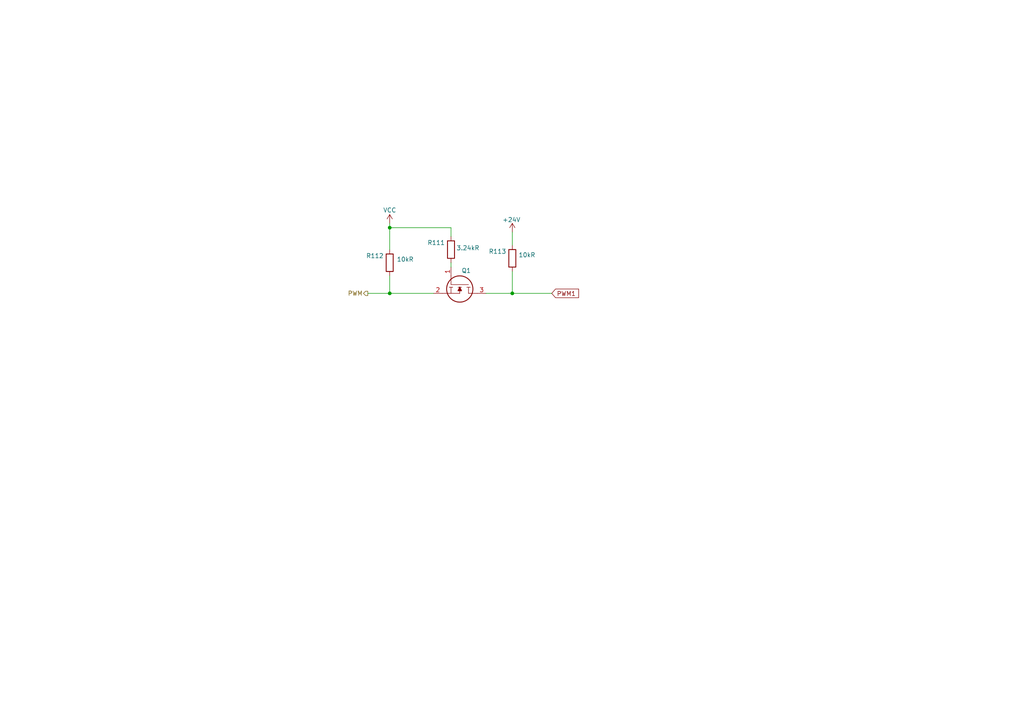
<source format=kicad_sch>
(kicad_sch (version 20231120) (generator "eeschema") (generator_version "8.0")
  (paper "A4")
  (title_block (title "PWM Level Shifter 24V"))
  (lib_symbols
    (symbol "Device:R" (pin_numbers hide) (pin_names (offset 0))
      (property "Reference" "R" (at 2.032 0 90))
      (property "Value" "R" (at 0 0 90))
      (symbol "R_0_1"
        (rectangle (start -1.016 -2.54) (end 1.016 2.54) (stroke (width 0.254)))
      )
      (symbol "R_1_1"
        (pin passive line (at 0 3.81 270) (length 1.27) (name "~") (number "1"))
        (pin passive line (at 0 -3.81 90) (length 1.27) (name "~") (number "2"))
      )
    )
    (symbol "Transistor_FET:TN2106K1-G" (pin_names (offset 0.762))
      (property "Reference" "Q" (at 11.43 3.81 0))
      (property "Value" "TN2106K1-G" (at 11.43 1.27 0))
      (symbol "TN2106K1-G_0_0"
        (pin passive line (at 0 0 0) (length 2.54) (name "~") (number "1"))
        (pin passive line (at 7.62 -5.08 90) (length 2.54) (name "~") (number "2"))
        (pin passive line (at 7.62 10.16 270) (length 2.54) (name "~") (number "3"))
      )
      (symbol "TN2106K1-G_0_1"
        (polyline (pts (xy 5.842 -0.508) (xy 5.842 0.508)) (stroke (width 0.1524)))
        (polyline (pts (xy 5.842 0) (xy 7.62 0)) (stroke (width 0.1524)))
        (polyline (pts (xy 5.842 2.032) (xy 5.842 3.048)) (stroke (width 0.1524)))
        (polyline (pts (xy 5.842 5.588) (xy 5.842 4.572)) (stroke (width 0.1524)))
        (polyline (pts (xy 7.62 2.54) (xy 5.842 2.54)) (stroke (width 0.1524)))
        (polyline (pts (xy 7.62 2.54) (xy 7.62 -2.54)) (stroke (width 0.1524)))
        (polyline (pts (xy 7.62 5.08) (xy 5.842 5.08)) (stroke (width 0.1524)))
        (polyline (pts (xy 7.62 5.08) (xy 7.62 7.62)) (stroke (width 0.1524)))
        (polyline (pts (xy 2.54 0) (xy 5.08 0) (xy 5.08 5.08)) (stroke (width 0.1524)))
        (polyline (pts (xy 5.842 2.54) (xy 6.858 3.048) (xy 6.858 2.032) (xy 5.842 2.54)) (stroke (width 0.254)) (fill (type outline)))
        (circle (center 6.35 2.54) (radius 3.81) (stroke (width 0.254)))
      )
    )
    (symbol "VCC_2" (power) (pin_numbers hide) (pin_names (offset 0) hide)
      (property "Value" "VCC" (at 0 3.556 0))
      (symbol "VCC_2_0_1"
        (polyline (pts (xy -0.762 1.27) (xy 0 2.54)))
        (polyline (pts (xy 0 0) (xy 0 2.54)))
        (polyline (pts (xy 0 2.54) (xy 0.762 1.27)))
      )
      (symbol "VCC_2_1_1"
        (pin power_in line (at 0 0 90) (length 0) (name "~") (number "1"))
      )
    )
    (symbol "power:+24V" (power) (pin_numbers hide) (pin_names (offset 0) hide)
      (property "Value" "+24V" (at 0 3.556 0))
      (symbol "+24V_0_1"
        (polyline (pts (xy -0.762 1.27) (xy 0 2.54)))
        (polyline (pts (xy 0 0) (xy 0 2.54)))
        (polyline (pts (xy 0 2.54) (xy 0.762 1.27)))
      )
      (symbol "+24V_1_1"
        (pin power_in line (at 0 0 90) (length 0) (name "~") (number "1"))
      )
    )
  )
  (junction (at 148.59 85.09))
  (junction (at 113.03 85.09))
  (junction (at 113.03 66.04))
  (wire (pts (xy 140.97 85.09) (xy 148.59 85.09)))
  (wire (pts (xy 113.03 85.09) (xy 125.73 85.09)))
  (wire (pts (xy 148.59 85.09) (xy 160.02 85.09)))
  (wire (pts (xy 130.81 76.2) (xy 130.81 77.47)))
  (wire (pts (xy 113.03 66.04) (xy 113.03 72.39)))
  (wire (pts (xy 148.59 78.74) (xy 148.59 85.09)))
  (wire (pts (xy 113.03 80.01) (xy 113.03 85.09)))
  (wire (pts (xy 106.68 85.09) (xy 113.03 85.09)))
  (wire (pts (xy 148.59 67.31) (xy 148.59 71.12)))
  (wire (pts (xy 113.03 64.77) (xy 113.03 66.04)))
  (wire (pts (xy 130.81 68.58) (xy 130.81 66.04)))
  (wire (pts (xy 130.81 66.04) (xy 113.03 66.04)))
  (global_label "PWM1" (shape input) (at 160.02 85.09 0) (property "Intersheetrefs" "${INTERSHEET_REFS}" (effects (hide yes))))
  (hierarchical_label "PWM" (shape output) (at 106.68 85.09 180))
  (symbol (lib_id "Device:R") (at 113.03 76.2 0) (unit 1)
    (property "Reference" "R112" (at 106.172 74.93 0) (effects (justify left bottom)))
    (property "Value" "10kR" (at 115.062 75.946 0) (effects (justify left bottom)))
    (property "Footprint" "Resistor_SMD:R_0805_2012Metric_Pad1.20x1.40mm_HandSolder" (effects (hide yes)))
    (property "Description" "AC0805FR-7W10KL" (effects (hide yes)))
  )
  (symbol (lib_id "Device:R") (at 148.59 74.93 0) (unit 1)
    (property "Reference" "R113" (at 141.732 73.66 0) (effects (justify left bottom)))
    (property "Value" "10kR" (at 150.368 74.676 0) (effects (justify left bottom)))
    (property "Footprint" "Resistor_SMD:R_0805_2012Metric_Pad1.20x1.40mm_HandSolder" (effects (hide yes)))
    (property "Description" "AC0805FR-7W10KL" (effects (hide yes)))
  )
  (symbol (lib_id "Device:R") (at 130.81 72.39 0) (unit 1)
    (property "Reference" "R111" (at 123.952 71.12 0) (effects (justify left bottom)))
    (property "Value" "3.24kR" (at 132.334 72.644 0) (effects (justify left bottom)))
    (property "Footprint" "Resistor_SMD:R_0805_2012Metric_Pad1.20x1.40mm_HandSolder" (effects (hide yes)))
    (property "Description" "ERJ-PB6B3241V" (effects (hide yes)))
  )
  (symbol (lib_id "power:+24V") (at 148.59 67.31 0) (unit 1)
    (property "Reference" "#PWR020" (effects (hide yes)))
    (property "Value" "+24V" (at 148.336 63.754 0))
    (property "Description" "Power symbol creates a global label with name \"+24V\"" (effects (hide yes)))
  )
  (symbol (lib_id "Transistor_FET:TN2106K1-G") (at 130.81 77.47 270) (unit 1)
    (property "Reference" "Q1" (at 133.858 78.486 90) (effects (justify left)))
    (property "Value" "TN2106K1-G" (effects (hide yes)))
    (property "Footprint" "SOT95P237X112-3N" (effects (hide yes)))
    (property "Datasheet" "https://4donline.ihs.com/images/VipMasterIC/IC/SUPR/SUPRS01795/SUPRS01795-1.pdf?hkey=EF798316E3902B6ED9A73243A3159BB0" (effects (hide yes)))
    (property "Description" "SOT-23-3" (effects (hide yes)))
    (property "Height" "1.12" (effects (hide yes)))
    (property "Mouser Part Number" "689-TN2106K1-G" (effects (hide yes)))
    (property "Mouser Price/Stock" "https://www.mouser.co.uk/ProductDetail/Microchip-Technology/TN2106K1-G?qs=HtXX7FUe5Saa3EQiSQSCfw%3D%3D" (effects (hide yes)))
    (property "Manufacturer_Name" "Microchip" (effects (hide yes)))
    (property "Manufacturer_Part_Number" "TN2106K1-G" (effects (hide yes)))
  )
  (symbol (lib_name "VCC_2") (lib_id "power:VCC") (at 113.03 64.77 0) (unit 1)
    (property "Reference" "#PWR019" (effects (hide yes)))
    (property "Value" "VCC" (at 113.03 60.96 0))
    (property "Description" "Power symbol creates a global label with name \"VCC\"" (effects (hide yes)))
  )
)
</source>
